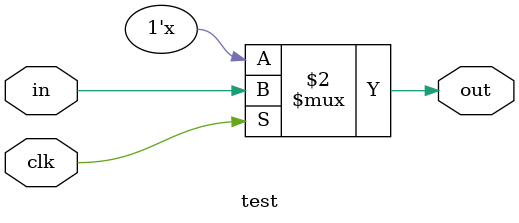
<source format=v>
`timescale 1ns / 1ps
module test(
  in,out,clk  );

input in,clk; 
output out; 
reg out; 


always @(clk) 

	if(clk)
	out <= in;

endmodule










</source>
